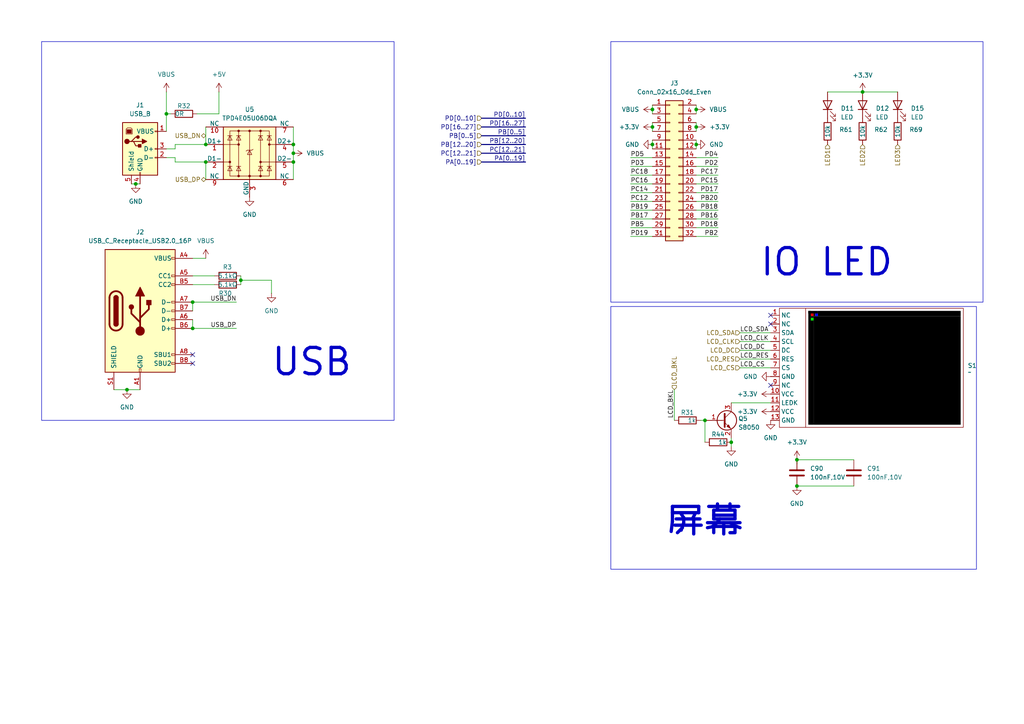
<source format=kicad_sch>
(kicad_sch (version 20250114) (generator "eeschema") (generator_version "9.0")
  (paper "A4")
  (title_block (title "HPM6P41_BuckBoost") (date "2025-05-05") (rev "4") (company "Author: Alipay"))
  (lib_symbols
    (symbol "1MyModules:1.14inchLCD"
      (property "Reference" "S" (at 5.588 3.81 90))
      (symbol "1.14inchLCD_0_1"
        (rectangle (start 0 5.842) (end 53.34 -28.702))
        (polyline (pts (xy 7.62 -28.702) (xy 7.62 5.842)))
      )
      (symbol "1.14inchLCD_1_1"
        (rectangle (start 8.382 5.08) (end 9.144 2.286) (stroke (width -0.0001)) (fill (type color) (color 0 0 0 1)))
        (rectangle (start 8.382 4.318) (end 11.176 5.08) (stroke (width -0.0001)) (fill (type color) (color 0 0 0 1)))
        (rectangle (start 8.382 2.286) (end 9.906 -27.94) (stroke (width -0.0001)) (fill (type color) (color 0 0 0 1)))
        (rectangle (start 9.144 4.318) (end 9.906 3.556) (stroke (width -0.0001)) (fill (type color) (color 255 0 0 1)))
        (rectangle (start 9.144 3.556) (end 9.906 3.048) (stroke (width -0.0001)) (fill (type color) (color 0 0 0 1)))
        (rectangle (start 9.144 3.048) (end 9.906 2.286) (stroke (width -0.0001)) (fill (type color) (color 0 255 0 1)))
        (rectangle (start 9.906 3.556) (end 10.414 4.318) (stroke (width -0.0001)) (fill (type color) (color 0 0 0 1)))
        (rectangle (start 9.906 3.556) (end 52.578 -27.94) (stroke (width -0.0001)) (fill (type color) (color 0 0 0 1)))
        (rectangle (start 10.414 4.318) (end 11.176 3.556) (stroke (width -0.0001)) (fill (type color) (color 0 0 255 1)))
        (rectangle (start 11.176 5.08) (end 52.578 3.556) (stroke (width -0.0001)) (fill (type color) (color 0 0 0 1)))
        (pin passive line (at -2.54 3.81 0) (length 2.54) (name "NC") (number "1"))
        (pin passive line (at -2.54 1.27 0) (length 2.54) (name "NC") (number "2"))
        (pin input line (at -2.54 -1.27 0) (length 2.54) (name "SDA") (number "3"))
        (pin input line (at -2.54 -3.81 0) (length 2.54) (name "SCL") (number "4"))
        (pin input line (at -2.54 -6.35 0) (length 2.54) (name "DC") (number "5"))
        (pin input line (at -2.54 -8.89 0) (length 2.54) (name "RES") (number "6"))
        (pin input line (at -2.54 -11.43 0) (length 2.54) (name "CS") (number "7"))
        (pin power_in line (at -2.54 -13.97 0) (length 2.54) (name "GND") (number "8"))
        (pin passive line (at -2.54 -16.51 0) (length 2.54) (name "NC") (number "9"))
        (pin power_in line (at -2.54 -19.05 0) (length 2.54) (name "VCC") (number "10"))
        (pin power_in line (at -2.54 -21.59 0) (length 2.54) (name "LEDK") (number "11"))
        (pin power_in line (at -2.54 -24.13 0) (length 2.54) (name "VCC") (number "12"))
        (pin power_in line (at -2.54 -26.67 0) (length 2.54) (name "GND") (number "13"))
      )
    )
    (symbol "1MyRandom:S8050" (pin_names (offset 0) (hide yes))
      (property "Reference" "Q1" (at 5.08 0.635 0))
      (property "Value" "S8050" (at 5.08 -1.905 0))
      (symbol "S8050_0_1"
        (polyline (pts (xy 0 0) (xy 0.635 0)))
        (polyline (pts (xy 0.635 1.905) (xy 0.635 -1.905) (xy 0.635 -1.905)) (stroke (width 0.508)))
        (polyline (pts (xy 0.635 0.635) (xy 2.54 2.54)))
        (polyline (pts (xy 0.635 -0.635) (xy 2.54 -2.54) (xy 2.54 -2.54)))
        (circle (center 1.27 0) (radius 2.8194) (stroke (width 0.254)))
        (polyline (pts (xy 1.27 -1.778) (xy 1.778 -1.27) (xy 2.286 -2.286) (xy 1.27 -1.778) (xy 1.27 -1.778)) (fill (type outline)))
      )
      (symbol "S8050_1_1"
        (pin input line (at -5.08 0 0) (length 5.08) (name "B") (number "1"))
        (pin passive line (at 2.54 5.08 270) (length 2.54) (name "C") (number "3"))
        (pin passive line (at 2.54 -5.08 90) (length 2.54) (name "E") (number "2"))
      )
    )
    (symbol "Connector:USB_B" (pin_names (offset 1.016))
      (property "Reference" "J" (at -5.08 11.43 0))
      (property "Value" "USB_B" (at -5.08 8.89 0))
      (symbol "USB_B_0_1"
        (rectangle (start -5.08 -7.62) (end 5.08 7.62) (stroke (width 0.254)) (fill (type background)))
        (polyline (pts (xy -4.064 4.318) (xy -2.286 4.318) (xy -2.286 5.715) (xy -2.667 6.096) (xy -3.683 6.096) (xy -4.064 5.715) (xy -4.064 4.318)))
        (rectangle (start -3.81 5.588) (end -2.54 4.572) (fill (type outline)))
        (circle (center -3.81 2.159) (radius 0.635) (stroke (width 0.254)) (fill (type outline)))
        (polyline (pts (xy -3.175 2.159) (xy -2.54 2.159) (xy -1.27 3.429) (xy -0.635 3.429)) (stroke (width 0.254)))
        (polyline (pts (xy -2.54 2.159) (xy -1.905 2.159) (xy -1.27 0.889) (xy 0 0.889)) (stroke (width 0.254)))
        (polyline (pts (xy -1.905 2.159) (xy 0.635 2.159)) (stroke (width 0.254)))
        (circle (center -0.635 3.429) (radius 0.381) (stroke (width 0.254)) (fill (type outline)))
        (rectangle (start -0.127 -7.62) (end 0.127 -6.858))
        (rectangle (start 0.254 1.27) (end -0.508 0.508) (stroke (width 0.254)) (fill (type outline)))
        (polyline (pts (xy 0.635 2.794) (xy 0.635 1.524) (xy 1.905 2.159) (xy 0.635 2.794)) (stroke (width 0.254)) (fill (type outline)))
        (rectangle (start 5.08 4.953) (end 4.318 5.207))
        (rectangle (start 5.08 -0.127) (end 4.318 0.127))
        (rectangle (start 5.08 -2.667) (end 4.318 -2.413))
      )
      (symbol "USB_B_1_1"
        (pin passive line (at -2.54 -10.16 90) (length 2.54) (name "Shield") (number "5"))
        (pin power_out line (at 0 -10.16 90) (length 2.54) (name "GND") (number "4"))
        (pin power_out line (at 7.62 5.08 180) (length 2.54) (name "VBUS") (number "1"))
        (pin bidirectional line (at 7.62 0 180) (length 2.54) (name "D+") (number "3"))
        (pin bidirectional line (at 7.62 -2.54 180) (length 2.54) (name "D-") (number "2"))
      )
    )
    (symbol "Connector:USB_C_Receptacle_USB2.0_16P" (pin_names (offset 1.016))
      (property "Reference" "J" (at 0 22.225 0))
      (property "Value" "USB_C_Receptacle_USB2.0_16P" (at 0 19.685 0))
      (symbol "USB_C_Receptacle_USB2.0_16P_0_0"
        (rectangle (start -0.254 -17.78) (end 0.254 -16.764))
        (rectangle (start 10.16 15.494) (end 9.144 14.986))
        (rectangle (start 10.16 10.414) (end 9.144 9.906))
        (rectangle (start 10.16 7.874) (end 9.144 7.366))
        (rectangle (start 10.16 2.794) (end 9.144 2.286))
        (rectangle (start 10.16 0.254) (end 9.144 -0.254))
        (rectangle (start 10.16 -2.286) (end 9.144 -2.794))
        (rectangle (start 10.16 -4.826) (end 9.144 -5.334))
        (rectangle (start 10.16 -12.446) (end 9.144 -12.954))
        (rectangle (start 10.16 -14.986) (end 9.144 -15.494))
      )
      (symbol "USB_C_Receptacle_USB2.0_16P_0_1"
        (rectangle (start -10.16 17.78) (end 10.16 -17.78) (stroke (width 0.254)) (fill (type background)))
        (polyline (pts (xy -8.89 -3.81) (xy -8.89 3.81)) (stroke (width 0.508)))
        (rectangle (start -7.62 -3.81) (end -6.35 3.81) (stroke (width 0.254)) (fill (type outline)))
        (arc (start -7.62 3.81) (mid -6.985 4.4423) (end -6.35 3.81) (stroke (width 0.254)))
        (arc (start -7.62 3.81) (mid -6.985 4.4423) (end -6.35 3.81) (stroke (width 0.254)) (fill (type outline)))
        (arc (start -8.89 3.81) (mid -6.985 5.7067) (end -5.08 3.81) (stroke (width 0.508)))
        (arc (start -5.08 -3.81) (mid -6.985 -5.7067) (end -8.89 -3.81) (stroke (width 0.508)))
        (arc (start -6.35 -3.81) (mid -6.985 -4.4423) (end -7.62 -3.81) (stroke (width 0.254)))
        (arc (start -6.35 -3.81) (mid -6.985 -4.4423) (end -7.62 -3.81) (stroke (width 0.254)) (fill (type outline)))
        (polyline (pts (xy -5.08 3.81) (xy -5.08 -3.81)) (stroke (width 0.508)))
        (circle (center -2.54 1.143) (radius 0.635) (stroke (width 0.254)) (fill (type outline)))
        (polyline (pts (xy -1.27 4.318) (xy 0 6.858) (xy 1.27 4.318) (xy -1.27 4.318)) (stroke (width 0.254)) (fill (type outline)))
        (polyline (pts (xy 0 -2.032) (xy 2.54 0.508) (xy 2.54 1.778)) (stroke (width 0.508)))
        (polyline (pts (xy 0 -3.302) (xy -2.54 -0.762) (xy -2.54 0.508)) (stroke (width 0.508)))
        (polyline (pts (xy 0 -5.842) (xy 0 4.318)) (stroke (width 0.508)))
        (circle (center 0 -5.842) (radius 1.27) (fill (type outline)))
        (rectangle (start 1.905 1.778) (end 3.175 3.048) (stroke (width 0.254)) (fill (type outline)))
      )
      (symbol "USB_C_Receptacle_USB2.0_16P_1_1"
        (pin passive line (at -7.62 -22.86 90) (length 5.08) (name "SHIELD") (number "S1"))
        (pin passive line (at 0 -22.86 90) (length 5.08) (name "GND") (number "A1"))
        (pin passive line (at 0 -22.86 90) (length 5.08) (hide yes) (name "GND") (number "A12"))
        (pin passive line (at 0 -22.86 90) (length 5.08) (hide yes) (name "GND") (number "B1"))
        (pin passive line (at 0 -22.86 90) (length 5.08) (hide yes) (name "GND") (number "B12"))
        (pin passive line (at 15.24 15.24 180) (length 5.08) (name "VBUS") (number "A4"))
        (pin passive line (at 15.24 15.24 180) (length 5.08) (hide yes) (name "VBUS") (number "A9"))
        (pin passive line (at 15.24 15.24 180) (length 5.08) (hide yes) (name "VBUS") (number "B4"))
        (pin passive line (at 15.24 15.24 180) (length 5.08) (hide yes) (name "VBUS") (number "B9"))
        (pin bidirectional line (at 15.24 10.16 180) (length 5.08) (name "CC1") (number "A5"))
        (pin bidirectional line (at 15.24 7.62 180) (length 5.08) (name "CC2") (number "B5"))
        (pin bidirectional line (at 15.24 2.54 180) (length 5.08) (name "D-") (number "A7"))
        (pin bidirectional line (at 15.24 0 180) (length 5.08) (name "D-") (number "B7"))
        (pin bidirectional line (at 15.24 -2.54 180) (length 5.08) (name "D+") (number "A6"))
        (pin bidirectional line (at 15.24 -5.08 180) (length 5.08) (name "D+") (number "B6"))
        (pin bidirectional line (at 15.24 -12.7 180) (length 5.08) (name "SBU1") (number "A8"))
        (pin bidirectional line (at 15.24 -15.24 180) (length 5.08) (name "SBU2") (number "B8"))
      )
    )
    (symbol "Connector_Generic:Conn_02x16_Odd_Even" (pin_names (offset 1.016) (hide yes))
      (property "Reference" "J" (at 1.27 20.32 0))
      (property "Value" "Conn_02x16_Odd_Even" (at 1.27 -22.86 0))
      (symbol "Conn_02x16_Odd_Even_1_1"
        (rectangle (start -1.27 19.05) (end 3.81 -21.59) (stroke (width 0.254)) (fill (type background)))
        (rectangle (start -1.27 17.907) (end 0 17.653) (stroke (width 0.1524)))
        (rectangle (start -1.27 15.367) (end 0 15.113) (stroke (width 0.1524)))
        (rectangle (start -1.27 12.827) (end 0 12.573) (stroke (width 0.1524)))
        (rectangle (start -1.27 10.287) (end 0 10.033) (stroke (width 0.1524)))
        (rectangle (start -1.27 7.747) (end 0 7.493) (stroke (width 0.1524)))
        (rectangle (start -1.27 5.207) (end 0 4.953) (stroke (width 0.1524)))
        (rectangle (start -1.27 2.667) (end 0 2.413) (stroke (width 0.1524)))
        (rectangle (start -1.27 0.127) (end 0 -0.127) (stroke (width 0.1524)))
        (rectangle (start -1.27 -2.413) (end 0 -2.667) (stroke (width 0.1524)))
        (rectangle (start -1.27 -4.953) (end 0 -5.207) (stroke (width 0.1524)))
        (rectangle (start -1.27 -7.493) (end 0 -7.747) (stroke (width 0.1524)))
        (rectangle (start -1.27 -10.033) (end 0 -10.287) (stroke (width 0.1524)))
        (rectangle (start -1.27 -12.573) (end 0 -12.827) (stroke (width 0.1524)))
        (rectangle (start -1.27 -15.113) (end 0 -15.367) (stroke (width 0.1524)))
        (rectangle (start -1.27 -17.653) (end 0 -17.907) (stroke (width 0.1524)))
        (rectangle (start -1.27 -20.193) (end 0 -20.447) (stroke (width 0.1524)))
        (rectangle (start 3.81 17.907) (end 2.54 17.653) (stroke (width 0.1524)))
        (rectangle (start 3.81 15.367) (end 2.54 15.113) (stroke (width 0.1524)))
        (rectangle (start 3.81 12.827) (end 2.54 12.573) (stroke (width 0.1524)))
        (rectangle (start 3.81 10.287) (end 2.54 10.033) (stroke (width 0.1524)))
        (rectangle (start 3.81 7.747) (end 2.54 7.493) (stroke (width 0.1524)))
        (rectangle (start 3.81 5.207) (end 2.54 4.953) (stroke (width 0.1524)))
        (rectangle (start 3.81 2.667) (end 2.54 2.413) (stroke (width 0.1524)))
        (rectangle (start 3.81 0.127) (end 2.54 -0.127) (stroke (width 0.1524)))
        (rectangle (start 3.81 -2.413) (end 2.54 -2.667) (stroke (width 0.1524)))
        (rectangle (start 3.81 -4.953) (end 2.54 -5.207) (stroke (width 0.1524)))
        (rectangle (start 3.81 -7.493) (end 2.54 -7.747) (stroke (width 0.1524)))
        (rectangle (start 3.81 -10.033) (end 2.54 -10.287) (stroke (width 0.1524)))
        (rectangle (start 3.81 -12.573) (end 2.54 -12.827) (stroke (width 0.1524)))
        (rectangle (start 3.81 -15.113) (end 2.54 -15.367) (stroke (width 0.1524)))
        (rectangle (start 3.81 -17.653) (end 2.54 -17.907) (stroke (width 0.1524)))
        (rectangle (start 3.81 -20.193) (end 2.54 -20.447) (stroke (width 0.1524)))
        (pin passive line (at -5.08 17.78 0) (length 3.81) (name "Pin_1") (number "1"))
        (pin passive line (at -5.08 15.24 0) (length 3.81) (name "Pin_3") (number "3"))
        (pin passive line (at -5.08 12.7 0) (length 3.81) (name "Pin_5") (number "5"))
        (pin passive line (at -5.08 10.16 0) (length 3.81) (name "Pin_7") (number "7"))
        (pin passive line (at -5.08 7.62 0) (length 3.81) (name "Pin_9") (number "9"))
        (pin passive line (at -5.08 5.08 0) (length 3.81) (name "Pin_11") (number "11"))
        (pin passive line (at -5.08 2.54 0) (length 3.81) (name "Pin_13") (number "13"))
        (pin passive line (at -5.08 0 0) (length 3.81) (name "Pin_15") (number "15"))
        (pin passive line (at -5.08 -2.54 0) (length 3.81) (name "Pin_17") (number "17"))
        (pin passive line (at -5.08 -5.08 0) (length 3.81) (name "Pin_19") (number "19"))
        (pin passive line (at -5.08 -7.62 0) (length 3.81) (name "Pin_21") (number "21"))
        (pin passive line (at -5.08 -10.16 0) (length 3.81) (name "Pin_23") (number "23"))
        (pin passive line (at -5.08 -12.7 0) (length 3.81) (name "Pin_25") (number "25"))
        (pin passive line (at -5.08 -15.24 0) (length 3.81) (name "Pin_27") (number "27"))
        (pin passive line (at -5.08 -17.78 0) (length 3.81) (name "Pin_29") (number "29"))
        (pin passive line (at -5.08 -20.32 0) (length 3.81) (name "Pin_31") (number "31"))
        (pin passive line (at 7.62 17.78 180) (length 3.81) (name "Pin_2") (number "2"))
        (pin passive line (at 7.62 15.24 180) (length 3.81) (name "Pin_4") (number "4"))
        (pin passive line (at 7.62 12.7 180) (length 3.81) (name "Pin_6") (number "6"))
        (pin passive line (at 7.62 10.16 180) (length 3.81) (name "Pin_8") (number "8"))
        (pin passive line (at 7.62 7.62 180) (length 3.81) (name "Pin_10") (number "10"))
        (pin passive line (at 7.62 5.08 180) (length 3.81) (name "Pin_12") (number "12"))
        (pin passive line (at 7.62 2.54 180) (length 3.81) (name "Pin_14") (number "14"))
        (pin passive line (at 7.62 0 180) (length 3.81) (name "Pin_16") (number "16"))
        (pin passive line (at 7.62 -2.54 180) (length 3.81) (name "Pin_18") (number "18"))
        (pin passive line (at 7.62 -5.08 180) (length 3.81) (name "Pin_20") (number "20"))
        (pin passive line (at 7.62 -7.62 180) (length 3.81) (name "Pin_22") (number "22"))
        (pin passive line (at 7.62 -10.16 180) (length 3.81) (name "Pin_24") (number "24"))
        (pin passive line (at 7.62 -12.7 180) (length 3.81) (name "Pin_26") (number "26"))
        (pin passive line (at 7.62 -15.24 180) (length 3.81) (name "Pin_28") (number "28"))
        (pin passive line (at 7.62 -17.78 180) (length 3.81) (name "Pin_30") (number "30"))
        (pin passive line (at 7.62 -20.32 180) (length 3.81) (name "Pin_32") (number "32"))
      )
    )
    (symbol "Device:C" (pin_numbers (hide yes)) (pin_names (offset 0.254))
      (property "Reference" "C" (at 0.635 2.54 0))
      (property "Value" "C" (at 0.635 -2.54 0))
      (symbol "C_0_1"
        (polyline (pts (xy -2.032 0.762) (xy 2.032 0.762)) (stroke (width 0.508)))
        (polyline (pts (xy -2.032 -0.762) (xy 2.032 -0.762)) (stroke (width 0.508)))
      )
      (symbol "C_1_1"
        (pin passive line (at 0 3.81 270) (length 2.794) (name "~") (number "1"))
        (pin passive line (at 0 -3.81 90) (length 2.794) (name "~") (number "2"))
      )
    )
    (symbol "Device:LED" (pin_numbers (hide yes)) (pin_names (offset 1.016) (hide yes))
      (property "Reference" "D" (at 0 2.54 0))
      (property "Value" "LED" (at 0 -2.54 0))
      (symbol "LED_0_1"
        (polyline (pts (xy -3.048 -0.762) (xy -4.572 -2.286) (xy -3.81 -2.286) (xy -4.572 -2.286) (xy -4.572 -1.524)))
        (polyline (pts (xy -1.778 -0.762) (xy -3.302 -2.286) (xy -2.54 -2.286) (xy -3.302 -2.286) (xy -3.302 -1.524)))
        (polyline (pts (xy -1.27 0) (xy 1.27 0)))
        (polyline (pts (xy -1.27 -1.27) (xy -1.27 1.27)) (stroke (width 0.254)))
        (polyline (pts (xy 1.27 -1.27) (xy 1.27 1.27) (xy -1.27 0) (xy 1.27 -1.27)) (stroke (width 0.254)))
      )
      (symbol "LED_1_1"
        (pin passive line (at -3.81 0 0) (length 2.54) (name "K") (number "1"))
        (pin passive line (at 3.81 0 180) (length 2.54) (name "A") (number "2"))
      )
    )
    (symbol "Device:R" (pin_numbers (hide yes)) (pin_names (offset 0))
      (property "Reference" "R" (at 2.032 0 90))
      (property "Value" "R" (at 0 0 90))
      (symbol "R_0_1"
        (rectangle (start -1.016 -2.54) (end 1.016 2.54) (stroke (width 0.254)))
      )
      (symbol "R_1_1"
        (pin passive line (at 0 3.81 270) (length 1.27) (name "~") (number "1"))
        (pin passive line (at 0 -3.81 90) (length 1.27) (name "~") (number "2"))
      )
    )
    (symbol "GND_1" (power) (pin_numbers (hide yes)) (pin_names (offset 0) (hide yes))
      (property "Value" "GND" (at 0 -3.81 0))
      (symbol "GND_1_0_1"
        (polyline (pts (xy 0 0) (xy 0 -1.27) (xy 1.27 -1.27) (xy 0 -2.54) (xy -1.27 -1.27) (xy 0 -1.27)))
      )
      (symbol "GND_1_1_1"
        (pin power_in line (at 0 0 270) (length 0) (name "~") (number "1"))
      )
    )
    (symbol "GND_2" (power) (pin_numbers (hide yes)) (pin_names (offset 0) (hide yes))
      (property "Value" "GND" (at 0 -3.81 0))
      (symbol "GND_2_0_1"
        (polyline (pts (xy 0 0) (xy 0 -1.27) (xy 1.27 -1.27) (xy 0 -2.54) (xy -1.27 -1.27) (xy 0 -1.27)))
      )
      (symbol "GND_2_1_1"
        (pin power_in line (at 0 0 270) (length 0) (name "~") (number "1"))
      )
    )
    (symbol "Power_Protection:TPD4E05U06DQA" (pin_names (offset 0))
      (property "Reference" "U" (at -0.635 8.89 0))
      (property "Value" "TPD4E05U06DQA" (at 1.905 -10.16 0))
      (symbol "TPD4E05U06DQA_0_0"
        (rectangle (start -5.715 6.477) (end 5.715 -6.604))
        (polyline (pts (xy -3.175 -6.604) (xy -3.175 6.477)))
        (polyline (pts (xy 0 6.477) (xy 0 -6.604)))
        (polyline (pts (xy 3.175 6.477) (xy 3.175 -6.604)))
      )
      (symbol "TPD4E05U06DQA_0_1"
        (polyline (pts (xy -7.747 2.54) (xy -3.175 2.54)))
        (rectangle (start -7.62 7.62) (end 7.62 -7.62) (stroke (width 0.254)) (fill (type background)))
        (polyline (pts (xy -7.62 -2.54) (xy -5.715 -2.54)))
        (circle (center -5.715 -2.54) (radius 0.2794) (fill (type outline)))
        (polyline (pts (xy -5.08 5.08) (xy -6.35 5.08)))
        (polyline (pts (xy -5.08 3.81) (xy -6.35 3.81) (xy -5.715 5.08) (xy -5.08 3.81)))
        (polyline (pts (xy -5.08 -3.81) (xy -6.35 -3.81)))
        (polyline (pts (xy -5.08 -5.08) (xy -6.35 -5.08) (xy -5.715 -3.81) (xy -5.08 -5.08)))
        (circle (center -3.175 6.477) (radius 0.2794) (fill (type outline)))
        (circle (center -3.175 2.54) (radius 0.2794) (fill (type outline)))
        (circle (center -3.175 -6.604) (radius 0.2794) (fill (type outline)))
        (polyline (pts (xy -2.54 5.08) (xy -3.81 5.08)))
        (polyline (pts (xy -2.54 3.81) (xy -3.81 3.81) (xy -3.175 5.08) (xy -2.54 3.81)))
        (polyline (pts (xy -2.54 -3.81) (xy -3.81 -3.81)))
        (polyline (pts (xy -2.54 -5.08) (xy -3.81 -5.08) (xy -3.175 -3.81) (xy -2.54 -5.08)))
        (polyline (pts (xy -0.635 0.889) (xy -1.016 0.635)))
        (circle (center 0 6.477) (radius 0.2794) (fill (type outline)))
        (polyline (pts (xy 0 -6.604) (xy 0 -7.62)))
        (circle (center 0 -6.604) (radius 0.2794) (fill (type outline)))
        (polyline (pts (xy 0.635 0.889) (xy -0.635 0.889)))
        (polyline (pts (xy 0.635 0.889) (xy 1.016 1.143)))
        (polyline (pts (xy 0.635 -0.381) (xy -0.635 -0.381) (xy 0 0.889) (xy 0.635 -0.381)))
        (circle (center 3.175 6.477) (radius 0.2794) (fill (type outline)))
        (circle (center 3.175 -2.54) (radius 0.2794) (fill (type outline)))
        (circle (center 3.175 -6.604) (radius 0.2794) (fill (type outline)))
        (polyline (pts (xy 3.81 5.08) (xy 2.54 5.08)))
        (polyline (pts (xy 3.81 3.81) (xy 2.54 3.81) (xy 3.175 5.08) (xy 3.81 3.81)))
        (polyline (pts (xy 3.81 -3.81) (xy 2.54 -3.81)))
        (polyline (pts (xy 3.81 -5.08) (xy 2.54 -5.08) (xy 3.175 -3.81) (xy 3.81 -5.08)))
        (circle (center 5.715 2.54) (radius 0.2794) (fill (type outline)))
        (polyline (pts (xy 6.35 5.08) (xy 5.08 5.08)))
        (polyline (pts (xy 6.35 3.81) (xy 5.08 3.81) (xy 5.715 5.08) (xy 6.35 3.81)))
        (polyline (pts (xy 6.35 -3.81) (xy 5.08 -3.81)))
        (polyline (pts (xy 6.35 -5.08) (xy 5.08 -5.08) (xy 5.715 -3.81) (xy 6.35 -5.08)))
        (polyline (pts (xy 7.62 2.54) (xy 5.715 2.54)))
        (polyline (pts (xy 7.62 -2.54) (xy 3.175 -2.54)))
      )
      (symbol "TPD4E05U06DQA_1_1"
        (pin free line (at -12.7 7.62 0) (length 5.08) (name "NC") (number "10"))
        (pin passive line (at -12.7 2.54 0) (length 5.08) (name "D1+") (number "1"))
        (pin passive line (at -12.7 -2.54 0) (length 5.08) (name "D1-") (number "2"))
        (pin free line (at -12.7 -7.62 0) (length 5.08) (name "NC") (number "9"))
        (pin power_in line (at 0 -12.7 90) (length 5.08) (name "GND") (number "3"))
        (pin passive line (at 0 -12.7 90) (length 5.08) (hide yes) (name "GND") (number "8"))
        (pin free line (at 12.7 7.62 180) (length 5.08) (name "NC") (number "7"))
        (pin passive line (at 12.7 2.54 180) (length 5.08) (name "D2+") (number "4"))
        (pin passive line (at 12.7 -2.54 180) (length 5.08) (name "D2-") (number "5"))
        (pin free line (at 12.7 -7.62 180) (length 5.08) (name "NC") (number "6"))
      )
    )
    (symbol "power:+3.3V" (power) (pin_names (offset 0))
      (property "Value" "+3.3V" (at 0 3.556 0))
      (symbol "+3.3V_0_1"
        (polyline (pts (xy -0.762 1.27) (xy 0 2.54)))
        (polyline (pts (xy 0 2.54) (xy 0.762 1.27)))
        (polyline (pts (xy 0 0) (xy 0 2.54)))
      )
      (symbol "+3.3V_1_1"
        (pin power_in line (at 0 0 90) (length 0) (hide yes) (name "+3.3V") (number "1"))
      )
    )
    (symbol "power:+3.3VP" (power) (pin_numbers (hide yes)) (pin_names (offset 0) (hide yes))
      (property "Value" "+3.3VP" (at 0 3.556 0))
      (symbol "+3.3VP_0_0"
        (pin power_in line (at 0 0 90) (length 0) (name "~") (number "1"))
      )
      (symbol "+3.3VP_0_1"
        (polyline (pts (xy -0.762 1.27) (xy 0 2.54)))
        (polyline (pts (xy 0 2.54) (xy 0.762 1.27)))
        (polyline (pts (xy 0 0) (xy 0 2.54)))
      )
    )
    (symbol "power:+5V" (power) (pin_numbers (hide yes)) (pin_names (offset 0) (hide yes))
      (property "Value" "+5V" (at 0 3.556 0))
      (symbol "+5V_0_1"
        (polyline (pts (xy -0.762 1.27) (xy 0 2.54)))
        (polyline (pts (xy 0 2.54) (xy 0.762 1.27)))
        (polyline (pts (xy 0 0) (xy 0 2.54)))
      )
      (symbol "+5V_1_1"
        (pin power_in line (at 0 0 90) (length 0) (name "~") (number "1"))
      )
    )
    (symbol "power:VBUS" (power) (pin_numbers (hide yes)) (pin_names (offset 0) (hide yes))
      (property "Value" "VBUS" (at 0 3.556 0))
      (symbol "VBUS_0_1"
        (polyline (pts (xy -0.762 1.27) (xy 0 2.54)))
        (polyline (pts (xy 0 2.54) (xy 0.762 1.27)))
        (polyline (pts (xy 0 0) (xy 0 2.54)))
      )
      (symbol "VBUS_1_1"
        (pin power_in line (at 0 0 90) (length 0) (name "~") (number "1"))
      )
    )
  )
  (rectangle (start 177.165 88.9) (end 283.21 165.1))
  (rectangle (start 12.065 12.065) (end 114.3 121.92))
  (rectangle (start 177.165 12.065) (end 285.115 87.63))
  (text "IO LED" (at 239.776 76.2 0) (effects (font (size 7.62 7.62) (thickness 0.9525))))
  (text "USB" (at 90.424 105.156 0) (effects (font (size 7.62 7.62) (thickness 0.9525))))
  (text "屏幕" (at 204.47 151.638 0) (effects (font (size 7.62 7.62) (thickness 0.9525))))
  (junction (at 55.88 87.63))
  (junction (at 59.69 41.91))
  (junction (at 212.09 128.27))
  (junction (at 250.19 26.67))
  (junction (at 231.14 140.97))
  (junction (at 85.09 46.99))
  (junction (at 189.23 41.91))
  (junction (at 189.23 31.75))
  (junction (at 69.85 81.28))
  (junction (at 59.69 46.99))
  (junction (at 204.47 121.92))
  (junction (at 85.09 41.91))
  (junction (at 36.83 113.03))
  (junction (at 48.26 33.02))
  (junction (at 39.37 53.34))
  (junction (at 201.93 31.75))
  (junction (at 55.88 95.25))
  (junction (at 85.09 44.45))
  (junction (at 201.93 41.91))
  (junction (at 189.23 36.83))
  (junction (at 201.93 36.83))
  (junction (at 231.14 133.35))
  (no_connect (at 55.88 105.41))
  (no_connect (at 55.88 102.87))
  (no_connect (at 223.52 111.76))
  (no_connect (at 223.52 91.44))
  (no_connect (at 223.52 93.98))
  (wire (pts (xy 50.8 46.99) (xy 59.69 46.99)))
  (wire (pts (xy 48.26 33.02) (xy 48.26 38.1)))
  (wire (pts (xy 214.63 96.52) (xy 223.52 96.52)))
  (wire (pts (xy 208.28 48.26) (xy 201.93 48.26)))
  (bus (pts (xy 139.7 39.37) (xy 152.4 39.37)))
  (wire (pts (xy 231.14 140.97) (xy 247.65 140.97)))
  (wire (pts (xy 69.85 80.01) (xy 69.85 81.28)))
  (wire (pts (xy 50.8 43.18) (xy 50.8 41.91)))
  (wire (pts (xy 63.5 26.67) (xy 63.5 33.02)))
  (wire (pts (xy 212.09 116.84) (xy 223.52 116.84)))
  (wire (pts (xy 55.88 92.71) (xy 55.88 95.25)))
  (wire (pts (xy 182.88 50.8) (xy 189.23 50.8)))
  (wire (pts (xy 182.88 60.96) (xy 189.23 60.96)))
  (wire (pts (xy 201.93 35.56) (xy 201.93 36.83)))
  (bus (pts (xy 139.7 46.99) (xy 152.4 46.99)))
  (wire (pts (xy 182.88 58.42) (xy 189.23 58.42)))
  (wire (pts (xy 240.03 26.67) (xy 250.19 26.67)))
  (wire (pts (xy 55.88 74.93) (xy 59.69 74.93)))
  (wire (pts (xy 50.8 45.72) (xy 50.8 46.99)))
  (wire (pts (xy 69.85 81.28) (xy 78.74 81.28)))
  (wire (pts (xy 214.63 106.68) (xy 223.52 106.68)))
  (wire (pts (xy 50.8 41.91) (xy 59.69 41.91)))
  (wire (pts (xy 201.93 41.91) (xy 201.93 43.18)))
  (wire (pts (xy 182.88 48.26) (xy 189.23 48.26)))
  (wire (pts (xy 48.26 33.02) (xy 48.26 26.67)))
  (wire (pts (xy 55.88 87.63) (xy 55.88 90.17)))
  (wire (pts (xy 78.74 81.28) (xy 78.74 85.09)))
  (bus (pts (xy 139.7 44.45) (xy 152.4 44.45)))
  (wire (pts (xy 68.58 87.63) (xy 55.88 87.63)))
  (wire (pts (xy 208.28 53.34) (xy 201.93 53.34)))
  (wire (pts (xy 59.69 36.83) (xy 59.69 41.91)))
  (wire (pts (xy 85.09 46.99) (xy 85.09 52.07)))
  (wire (pts (xy 189.23 30.48) (xy 189.23 31.75)))
  (wire (pts (xy 33.02 113.03) (xy 36.83 113.03)))
  (wire (pts (xy 48.26 45.72) (xy 50.8 45.72)))
  (wire (pts (xy 182.88 63.5) (xy 189.23 63.5)))
  (wire (pts (xy 59.69 46.99) (xy 59.69 52.07)))
  (wire (pts (xy 63.5 33.02) (xy 57.15 33.02)))
  (wire (pts (xy 55.88 82.55) (xy 62.23 82.55)))
  (wire (pts (xy 36.83 113.03) (xy 40.64 113.03)))
  (wire (pts (xy 208.28 68.58) (xy 201.93 68.58)))
  (wire (pts (xy 55.88 80.01) (xy 62.23 80.01)))
  (wire (pts (xy 212.09 128.27) (xy 212.09 127)))
  (wire (pts (xy 208.28 58.42) (xy 201.93 58.42)))
  (wire (pts (xy 85.09 36.83) (xy 85.09 41.91)))
  (wire (pts (xy 231.14 133.35) (xy 247.65 133.35)))
  (wire (pts (xy 189.23 35.56) (xy 189.23 36.83)))
  (wire (pts (xy 182.88 68.58) (xy 189.23 68.58)))
  (wire (pts (xy 85.09 44.45) (xy 85.09 46.99)))
  (bus (pts (xy 139.7 34.29) (xy 152.4 34.29)))
  (wire (pts (xy 214.63 101.6) (xy 223.52 101.6)))
  (wire (pts (xy 189.23 31.75) (xy 189.23 33.02)))
  (wire (pts (xy 189.23 41.91) (xy 189.23 43.18)))
  (wire (pts (xy 250.19 26.67) (xy 260.35 26.67)))
  (wire (pts (xy 48.26 43.18) (xy 50.8 43.18)))
  (wire (pts (xy 201.93 40.64) (xy 201.93 41.91)))
  (wire (pts (xy 182.88 66.04) (xy 189.23 66.04)))
  (wire (pts (xy 208.28 50.8) (xy 201.93 50.8)))
  (wire (pts (xy 214.63 104.14) (xy 223.52 104.14)))
  (wire (pts (xy 182.88 55.88) (xy 189.23 55.88)))
  (wire (pts (xy 39.37 53.34) (xy 40.64 53.34)))
  (wire (pts (xy 48.26 33.02) (xy 49.53 33.02)))
  (wire (pts (xy 68.58 95.25) (xy 55.88 95.25)))
  (bus (pts (xy 139.7 36.83) (xy 152.4 36.83)))
  (wire (pts (xy 204.47 121.92) (xy 204.47 128.27)))
  (wire (pts (xy 208.28 45.72) (xy 201.93 45.72)))
  (wire (pts (xy 201.93 30.48) (xy 201.93 31.75)))
  (wire (pts (xy 189.23 36.83) (xy 189.23 38.1)))
  (wire (pts (xy 69.85 81.28) (xy 69.85 82.55)))
  (wire (pts (xy 201.93 31.75) (xy 201.93 33.02)))
  (wire (pts (xy 201.93 55.88) (xy 208.28 55.88)))
  (wire (pts (xy 201.93 36.83) (xy 201.93 38.1)))
  (wire (pts (xy 182.88 45.72) (xy 189.23 45.72)))
  (wire (pts (xy 182.88 53.34) (xy 189.23 53.34)))
  (wire (pts (xy 203.2 121.92) (xy 204.47 121.92)))
  (wire (pts (xy 85.09 41.91) (xy 85.09 44.45)))
  (wire (pts (xy 201.93 66.04) (xy 208.28 66.04)))
  (wire (pts (xy 214.63 99.06) (xy 223.52 99.06)))
  (wire (pts (xy 231.14 134.62) (xy 231.14 133.35)))
  (bus (pts (xy 139.7 41.91) (xy 152.4 41.91)))
  (wire (pts (xy 189.23 40.64) (xy 189.23 41.91)))
  (wire (pts (xy 212.09 129.54) (xy 212.09 128.27)))
  (wire (pts (xy 201.93 63.5) (xy 208.28 63.5)))
  (wire (pts (xy 208.28 60.96) (xy 201.93 60.96)))
  (wire (pts (xy 195.58 113.03) (xy 195.58 121.92)))
  (wire (pts (xy 38.1 53.34) (xy 39.37 53.34)))
  (label "PC16" (at 182.88 53.34 0))
  (label "USB_DP" (at 68.58 95.25 180))
  (label "LCD_SDA" (at 214.63 96.52 0))
  (label "PD4" (at 208.28 45.72 180))
  (label "PC17" (at 208.28 50.8 180))
  (label "PD[16..27]" (at 152.4 36.83 180))
  (label "LCD_CS" (at 214.63 106.68 0))
  (label "PD18" (at 208.28 66.04 180))
  (label "PC18" (at 182.88 50.8 0))
  (label "PA[0..19]" (at 152.4 46.99 180))
  (label "PC[12..21]" (at 152.4 44.45 180))
  (label "LCD_RES" (at 214.63 104.14 0))
  (label "PD3" (at 182.88 48.26 0))
  (label "PB[12..20]" (at 152.4 41.91 180))
  (label "USB_DN" (at 68.58 87.63 180))
  (label "PD17" (at 208.28 55.88 180))
  (label "PD2" (at 208.28 48.26 180))
  (label "LCD_DC" (at 214.63 101.6 0))
  (label "PB5" (at 182.88 66.04 0))
  (label "PB[0..5]" (at 152.4 39.37 180))
  (label "PB2" (at 208.28 68.58 180))
  (label "LCD_BKL" (at 195.58 113.03 270))
  (label "LCD_CLK" (at 214.63 99.06 0))
  (label "PC14" (at 182.88 55.88 0))
  (label "PC12" (at 182.88 58.42 0))
  (label "PC15" (at 208.28 53.34 180))
  (label "PB20" (at 208.28 58.42 180))
  (label "PD[0..10]" (at 152.4 34.29 180))
  (label "PB18" (at 208.28 60.96 180))
  (label "PD19" (at 182.88 68.58 0))
  (label "PB17" (at 182.88 63.5 0))
  (label "PD5" (at 182.88 45.72 0))
  (label "PB16" (at 208.28 63.5 180))
  (label "PB19" (at 182.88 60.96 0))
  (hierarchical_label "PB[0..5]" (shape input) (at 139.7 39.37 180))
  (hierarchical_label "PA[0..19]" (shape input) (at 139.7 46.99 180))
  (hierarchical_label "PC[12..21]" (shape input) (at 139.7 44.45 180))
  (hierarchical_label "LCD_DC" (shape input) (at 214.63 101.6 180))
  (hierarchical_label "LCD_CS" (shape input) (at 214.63 106.68 180))
  (hierarchical_label "PD[0..10]" (shape input) (at 139.7 34.29 180))
  (hierarchical_label "PD[16..27]" (shape input) (at 139.7 36.83 180))
  (hierarchical_label "LED2" (shape input) (at 250.19 41.91 270))
  (hierarchical_label "USB_DP" (shape bidirectional) (at 59.69 52.07 180))
  (hierarchical_label "PB[12..20]" (shape input) (at 139.7 41.91 180))
  (hierarchical_label "LCD_BKL" (shape input) (at 195.58 113.03 90))
  (hierarchical_label "LED3" (shape input) (at 260.35 41.91 270))
  (hierarchical_label "USB_DN" (shape bidirectional) (at 59.69 39.37 180))
  (hierarchical_label "LCD_RES" (shape input) (at 214.63 104.14 180))
  (hierarchical_label "LCD_CLK" (shape input) (at 214.63 99.06 180))
  (hierarchical_label "LED1" (shape input) (at 240.03 41.91 270))
  (hierarchical_label "LCD_SDA" (shape input) (at 214.63 96.52 180))
  (symbol (lib_id "Device:R") (at 66.04 80.01 90) (mirror x) (unit 1)
    (property "Reference" "R3" (at 67.31 77.47 90) (effects (justify left)))
    (property "Value" "5.1kΩ" (at 66.04 80.01 90))
    (property "Footprint" "Resistor_SMD:R_0603_1608Metric" (effects (hide yes)))
  )
  (symbol (lib_id "Device:R") (at 208.28 128.27 270) (unit 1)
    (property "Reference" "R44" (at 208.28 125.984 90))
    (property "Value" "1k" (at 209.55 128.27 90))
    (property "Footprint" "Resistor_SMD:R_0603_1608Metric" (effects (hide yes)))
  )
  (symbol (lib_name "GND_1") (lib_id "power:GND") (at 39.37 53.34 0) (mirror y) (unit 1)
    (property "Reference" "#PWR038" (effects (hide yes)))
    (property "Value" "GND" (at 39.37 58.42 0))
    (property "Description" "Power symbol creates a global label with name \"GND\" , ground" (effects (hide yes)))
  )
  (symbol (lib_id "power:+3.3VP") (at 231.14 133.35 0) (unit 1)
    (property "Reference" "#PWR0172" (effects (hide yes)))
    (property "Value" "+3.3V" (at 231.14 128.27 0))
    (property "Description" "Power symbol creates a global label with name \"+3.3VP\"" (effects (hide yes)))
  )
  (symbol (lib_id "power:+3.3VP") (at 223.52 114.3 90) (unit 1)
    (property "Reference" "#PWR0168" (effects (hide yes)))
    (property "Value" "+3.3V" (at 219.71 114.2999 90) (effects (justify left)))
    (property "Description" "Power symbol creates a global label with name \"+3.3VP\"" (effects (hide yes)))
  )
  (symbol (lib_id "power:+5V") (at 63.5 26.67 0) (unit 1)
    (property "Reference" "#PWR050" (effects (hide yes)))
    (property "Value" "+5V" (at 63.5 21.59 0))
  )
  (symbol (lib_id "Power_Protection:TPD4E05U06DQA") (at 72.39 44.45 0) (unit 1)
    (property "Reference" "U5" (at 72.39 31.75 0))
    (property "Value" "TPD4E05U06DQA" (at 72.39 34.29 0))
    (property "Footprint" "Package_SON:USON-10_2.5x1.0mm_P0.5mm" (effects (hide yes)))
    (property "Datasheet" "https://www.ti.com/lit/ds/symlink/tpd4e05u06.pdf" (effects (hide yes)))
    (property "Description" "4-Channel ESD Protection for Super-Speed USB 3.0 Interface, USON-10" (effects (hide yes)))
  )
  (symbol (lib_id "Device:R") (at 66.04 82.55 90) (unit 1)
    (property "Reference" "R30" (at 67.31 85.09 90) (effects (justify left)))
    (property "Value" "5.1kΩ" (at 66.04 82.55 90))
    (property "Footprint" "Resistor_SMD:R_0603_1608Metric" (effects (hide yes)))
  )
  (symbol (lib_id "1MyModules:1.14inchLCD") (at 226.06 95.25 0) (unit 1)
    (property "Reference" "S1" (at 280.67 106.0449 0) (effects (justify left)))
    (property "Value" "~" (at 280.67 107.95 0) (effects (justify left)))
    (property "Footprint" "kicad_lceda:焊接式_TFT_1.14_135X240_13PIN" (effects (hide yes)))
    (property "JLC_3DModel_Q" "2f6c02c867a549178f5564592e40b008" (effects (hide yes)))
    (property "JLC_3D_Size" "31.661 17.5515" (effects (hide yes)))
  )
  (symbol (lib_id "Device:R") (at 199.39 121.92 270) (unit 1)
    (property "Reference" "R31" (at 199.39 119.634 90))
    (property "Value" "1k" (at 200.66 121.92 90))
    (property "Footprint" "Resistor_SMD:R_0603_1608Metric" (effects (hide yes)))
  )
  (symbol (lib_name "GND_2") (lib_id "power:GND") (at 223.52 109.22 270) (unit 1)
    (property "Reference" "#PWR0167" (effects (hide yes)))
    (property "Value" "GND" (at 219.71 109.2199 90) (effects (justify right)))
    (property "Description" "Power symbol creates a global label with name \"GND\" , ground" (effects (hide yes)))
  )
  (symbol (lib_name "GND_2") (lib_id "power:GND") (at 212.09 129.54 0) (unit 1)
    (property "Reference" "#PWR0166" (effects (hide yes)))
    (property "Value" "GND" (at 212.09 134.62 0))
    (property "Description" "Power symbol creates a global label with name \"GND\" , ground" (effects (hide yes)))
  )
  (symbol (lib_id "power:+3.3VP") (at 223.52 119.38 90) (unit 1)
    (property "Reference" "#PWR0169" (effects (hide yes)))
    (property "Value" "+3.3V" (at 219.71 119.3799 90) (effects (justify left)))
    (property "Description" "Power symbol creates a global label with name \"+3.3VP\"" (effects (hide yes)))
  )
  (symbol (lib_name "GND_2") (lib_id "power:GND") (at 231.14 140.97 0) (unit 1)
    (property "Reference" "#PWR0173" (effects (hide yes)))
    (property "Value" "GND" (at 231.14 146.05 0))
    (property "Description" "Power symbol creates a global label with name \"GND\" , ground" (effects (hide yes)))
  )
  (symbol (lib_id "power:+3.3V") (at 250.19 26.67 0) (unit 1)
    (property "Reference" "#PWR0174" (effects (hide yes)))
    (property "Value" "+3.3V" (at 250.19 21.844 0))
  )
  (symbol (lib_id "power:VBUS") (at 189.23 31.75 90) (unit 1)
    (property "Reference" "#PWR0160" (effects (hide yes)))
    (property "Value" "VBUS" (at 185.42 31.7499 90) (effects (justify left)))
    (property "Description" "Power symbol creates a global label with name \"VBUS\"" (effects (hide yes)))
  )
  (symbol (lib_name "GND_1") (lib_id "power:GND") (at 78.74 85.09 0) (unit 1)
    (property "Reference" "#PWR0152" (effects (hide yes)))
    (property "Value" "GND" (at 78.74 90.17 0))
    (property "Description" "Power symbol creates a global label with name \"GND\" , ground" (effects (hide yes)))
  )
  (symbol (lib_id "Device:R") (at 260.35 38.1 0) (mirror x) (unit 1)
    (property "Reference" "R69" (at 265.684 37.592 0))
    (property "Value" "10k" (at 260.35 38.1 90))
    (property "Footprint" "Resistor_SMD:R_0603_1608Metric" (effects (hide yes)))
  )
  (symbol (lib_id "Device:C") (at 231.14 137.16 0) (unit 1)
    (property "Reference" "C90" (at 234.95 135.8899 0) (effects (justify left)))
    (property "Value" "100nF,10V" (at 234.95 138.4299 0) (effects (justify left)))
    (property "Footprint" "Capacitor_SMD:C_0603_1608Metric" (effects (hide yes)))
    (property "Description" "Unpolarized capacitor" (effects (hide yes)))
  )
  (symbol (lib_id "Device:LED") (at 250.19 30.48 90) (unit 1)
    (property "Reference" "D12" (at 254 31.4325 90) (effects (justify right)))
    (property "Value" "LED" (at 254 33.9725 90) (effects (justify right)))
    (property "Footprint" "LED_SMD:LED_0603_1608Metric" (effects (hide yes)))
  )
  (symbol (lib_id "Device:R") (at 240.03 38.1 0) (mirror x) (unit 1)
    (property "Reference" "R61" (at 245.364 37.592 0))
    (property "Value" "10k" (at 240.03 38.1 90))
    (property "Footprint" "Resistor_SMD:R_0603_1608Metric" (effects (hide yes)))
  )
  (symbol (lib_id "Connector:USB_B") (at 40.64 43.18 0) (unit 1)
    (property "Reference" "J1" (at 40.64 30.48 0))
    (property "Value" "USB_B" (at 40.64 33.02 0))
    (property "Footprint" "HPM6P41_BB:USB_B_OST_USB-B1HSxx_Horizontal" (effects (hide yes)))
    (property "Description" "USB Type B connector" (effects (hide yes)))
  )
  (symbol (lib_id "power:+3.3V") (at 201.93 36.83 270) (mirror x) (unit 1)
    (property "Reference" "#PWR0159" (effects (hide yes)))
    (property "Value" "+3.3V" (at 205.74 36.8301 90) (effects (justify left)))
  )
  (symbol (lib_id "Connector:USB_C_Receptacle_USB2.0_16P") (at 40.64 90.17 0) (unit 1)
    (property "Reference" "J2" (at 40.64 67.31 0))
    (property "Value" "USB_C_Receptacle_USB2.0_16P" (at 40.64 69.85 0))
    (property "Footprint" "1MyFootPrint:USB_C_16P_On_Board" (effects (hide yes)))
    (property "Datasheet" "https://www.usb.org/sites/default/files/documents/usb_type-c.zip" (effects (hide yes)))
    (property "Description" "USB 2.0-only 16P Type-C Receptacle connector" (effects (hide yes)))
  )
  (symbol (lib_id "power:+3.3V") (at 189.23 36.83 90) (unit 1)
    (property "Reference" "#PWR0158" (effects (hide yes)))
    (property "Value" "+3.3V" (at 185.42 36.8299 90) (effects (justify left)))
  )
  (symbol (lib_id "Device:R") (at 250.19 38.1 0) (mirror x) (unit 1)
    (property "Reference" "R62" (at 255.524 37.592 0))
    (property "Value" "10k" (at 250.19 38.1 90))
    (property "Footprint" "Resistor_SMD:R_0603_1608Metric" (effects (hide yes)))
  )
  (symbol (lib_id "1MyRandom:S8050") (at 209.55 121.92 0) (unit 1)
    (property "Reference" "Q5" (at 214.122 121.412 0) (effects (justify left)))
    (property "Value" "S8050" (at 214.122 123.952 0) (effects (justify left)))
    (property "Footprint" "Package_TO_SOT_SMD:SOT-23" (effects (hide yes)))
    (property "Datasheet" "http://www.unisonic.com.tw/datasheet/S8050.pdf" (effects (hide yes)))
  )
  (symbol (lib_id "Device:LED") (at 240.03 30.48 90) (unit 1)
    (property "Reference" "D11" (at 243.84 31.4325 90) (effects (justify right)))
    (property "Value" "LED" (at 243.84 33.9725 90) (effects (justify right)))
    (property "Footprint" "LED_SMD:LED_0603_1608Metric" (effects (hide yes)))
  )
  (symbol (lib_id "Device:LED") (at 260.35 30.48 90) (unit 1)
    (property "Reference" "D15" (at 264.16 31.4325 90) (effects (justify right)))
    (property "Value" "LED" (at 264.16 33.9725 90) (effects (justify right)))
    (property "Footprint" "LED_SMD:LED_0603_1608Metric" (effects (hide yes)))
  )
  (symbol (lib_name "GND_2") (lib_id "power:GND") (at 223.52 121.92 0) (unit 1)
    (property "Reference" "#PWR0170" (effects (hide yes)))
    (property "Value" "GND" (at 223.52 127 0))
    (property "Description" "Power symbol creates a global label with name \"GND\" , ground" (effects (hide yes)))
  )
  (symbol (lib_id "power:VBUS") (at 85.09 44.45 270) (unit 1)
    (property "Reference" "#PWR075" (effects (hide yes)))
    (property "Value" "VBUS" (at 88.9 44.4499 90) (effects (justify left)))
    (property "Description" "Power symbol creates a global label with name \"VBUS\"" (effects (hide yes)))
  )
  (symbol (lib_id "Device:R") (at 53.34 33.02 90) (mirror x) (unit 1)
    (property "Reference" "R32" (at 53.34 30.734 90))
    (property "Value" "0R" (at 52.07 33.02 90))
    (property "Footprint" "Resistor_SMD:R_0805_2012Metric" (effects (hide yes)))
  )
  (symbol (lib_name "GND_1") (lib_id "power:GND") (at 201.93 41.91 90) (mirror x) (unit 1)
    (property "Reference" "#PWR0163" (effects (hide yes)))
    (property "Value" "GND" (at 205.74 41.9099 90) (effects (justify right)))
    (property "Description" "Power symbol creates a global label with name \"GND\" , ground" (effects (hide yes)))
  )
  (symbol (lib_name "GND_1") (lib_id "power:GND") (at 72.39 57.15 0) (unit 1)
    (property "Reference" "#PWR051" (effects (hide yes)))
    (property "Value" "GND" (at 72.39 62.23 0))
    (property "Description" "Power symbol creates a global label with name \"GND\" , ground" (effects (hide yes)))
  )
  (symbol (lib_id "Device:C") (at 247.65 137.16 0) (unit 1)
    (property "Reference" "C91" (at 251.46 135.8899 0) (effects (justify left)))
    (property "Value" "100nF,10V" (at 251.46 138.4299 0) (effects (justify left)))
    (property "Footprint" "Capacitor_SMD:C_0603_1608Metric" (effects (hide yes)))
    (property "Description" "Unpolarized capacitor" (effects (hide yes)))
  )
  (symbol (lib_id "power:VBUS") (at 201.93 31.75 270) (unit 1)
    (property "Reference" "#PWR0161" (effects (hide yes)))
    (property "Value" "VBUS" (at 205.74 31.7501 90) (effects (justify left)))
    (property "Description" "Power symbol creates a global label with name \"VBUS\"" (effects (hide yes)))
  )
  (symbol (lib_name "GND_1") (lib_id "power:GND") (at 36.83 113.03 0) (unit 1)
    (property "Reference" "#PWR0157" (effects (hide yes)))
    (property "Value" "GND" (at 36.83 118.11 0))
    (property "Description" "Power symbol creates a global label with name \"GND\" , ground" (effects (hide yes)))
  )
  (symbol (lib_name "GND_1") (lib_id "power:GND") (at 189.23 41.91 270) (unit 1)
    (property "Reference" "#PWR0162" (effects (hide yes)))
    (property "Value" "GND" (at 185.42 41.9099 90) (effects (justify right)))
    (property "Description" "Power symbol creates a global label with name \"GND\" , ground" (effects (hide yes)))
  )
  (symbol (lib_id "power:VBUS") (at 48.26 26.67 0) (unit 1)
    (property "Reference" "#PWR045" (effects (hide yes)))
    (property "Value" "VBUS" (at 48.26 21.59 0))
    (property "Description" "Power symbol creates a global label with name \"VBUS\"" (effects (hide yes)))
  )
  (symbol (lib_id "Connector_Generic:Conn_02x16_Odd_Even") (at 194.31 48.26 0) (unit 1)
    (property "Reference" "J3" (at 195.58 24.13 0))
    (property "Value" "Conn_02x16_Odd_Even" (at 195.58 26.67 0))
    (property "Footprint" "Connector_PinHeader_2.54mm:PinHeader_2x16_P2.54mm_Vertical" (effects (hide yes)))
    (property "Description" "Generic connector, double row, 02x16, odd/even pin numbering scheme (row 1 odd numbers, row 2 even numbers), script generated (kicad-library-utils/schlib/autogen/connector/)" (effects (hide yes)))
  )
  (symbol (lib_id "power:VBUS") (at 59.69 74.93 0) (unit 1)
    (property "Reference" "#PWR0156" (effects (hide yes)))
    (property "Value" "VBUS" (at 59.69 69.85 0))
    (property "Description" "Power symbol creates a global label with name \"VBUS\"" (effects (hide yes)))
  )
)
</source>
